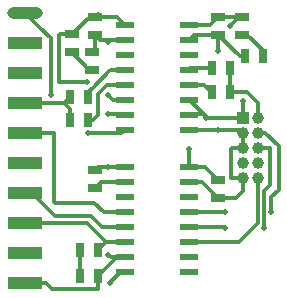
<source format=gtl>
G04 (created by PCBNEW-RS274X (2012-01-19 BZR 3256)-stable) date 2/28/2013 8:09:21 AM*
G01*
G70*
G90*
%MOIN*%
G04 Gerber Fmt 3.4, Leading zero omitted, Abs format*
%FSLAX34Y34*%
G04 APERTURE LIST*
%ADD10C,0.006000*%
%ADD11R,0.061000X0.023600*%
%ADD12R,0.045000X0.025000*%
%ADD13R,0.025000X0.045000*%
%ADD14R,0.039400X0.039400*%
%ADD15C,0.039400*%
%ADD16R,0.118100X0.039400*%
%ADD17O,0.118100X0.039400*%
%ADD18C,0.020000*%
%ADD19C,0.011800*%
G04 APERTURE END LIST*
G54D10*
G54D11*
X45276Y-32677D03*
X45276Y-33177D03*
X45276Y-33677D03*
X45276Y-34177D03*
X45276Y-34677D03*
X45276Y-35177D03*
X45276Y-35677D03*
X45276Y-36177D03*
X47402Y-36177D03*
X47402Y-35677D03*
X47402Y-35177D03*
X47402Y-34677D03*
X47402Y-34177D03*
X47402Y-33677D03*
X47402Y-33177D03*
X47402Y-32677D03*
X45276Y-27913D03*
X45276Y-28413D03*
X45276Y-28913D03*
X45276Y-29413D03*
X45276Y-29913D03*
X45276Y-30413D03*
X45276Y-30913D03*
X45276Y-31413D03*
X47402Y-31413D03*
X47402Y-30913D03*
X47402Y-30413D03*
X47402Y-29913D03*
X47402Y-29413D03*
X47402Y-28913D03*
X47402Y-28413D03*
X47402Y-27913D03*
G54D12*
X44193Y-29414D03*
X44193Y-28814D03*
G54D13*
X44375Y-36299D03*
X43775Y-36299D03*
X44040Y-30335D03*
X43440Y-30335D03*
X44040Y-31102D03*
X43440Y-31102D03*
X48765Y-29370D03*
X48165Y-29370D03*
X48765Y-30157D03*
X48165Y-30157D03*
X49867Y-28976D03*
X49267Y-28976D03*
G54D12*
X44291Y-32771D03*
X44291Y-33371D03*
X44291Y-27653D03*
X44291Y-28253D03*
X48386Y-27653D03*
X48386Y-28253D03*
X48386Y-33106D03*
X48386Y-33706D03*
X43504Y-28243D03*
X43504Y-28843D03*
G54D13*
X43775Y-35433D03*
X44375Y-35433D03*
G54D12*
X49173Y-27653D03*
X49173Y-28253D03*
G54D14*
X49213Y-31028D03*
G54D15*
X49713Y-31028D03*
X49213Y-31528D03*
X49713Y-31528D03*
X49213Y-32028D03*
X49713Y-32028D03*
X49213Y-32528D03*
X49713Y-32528D03*
X49213Y-33028D03*
X49713Y-33028D03*
G54D16*
X41929Y-28528D03*
X41929Y-29528D03*
G54D17*
X41929Y-27528D03*
G54D16*
X41929Y-30528D03*
X41929Y-31528D03*
X41929Y-32528D03*
X41929Y-33528D03*
X41929Y-34528D03*
X41929Y-35528D03*
X41929Y-36528D03*
G54D18*
X44764Y-36535D03*
X44724Y-28504D03*
X44055Y-31535D03*
X48386Y-31417D03*
X48386Y-28780D03*
X48622Y-34173D03*
X50157Y-34173D03*
X48622Y-34685D03*
X49921Y-34685D03*
X44724Y-30906D03*
X44724Y-35591D03*
X44016Y-29843D03*
X44724Y-32677D03*
X47992Y-31024D03*
X48780Y-27953D03*
X47402Y-32047D03*
X49213Y-30472D03*
X44724Y-30276D03*
X42795Y-30276D03*
G54D19*
X44724Y-28504D02*
X44815Y-28413D01*
X45122Y-36177D02*
X44764Y-36535D01*
X45276Y-36177D02*
X45122Y-36177D01*
X44451Y-28413D02*
X45276Y-28413D01*
X44485Y-33177D02*
X45276Y-33177D01*
X44291Y-28253D02*
X44291Y-28716D01*
X44291Y-33371D02*
X44485Y-33177D01*
X44291Y-28716D02*
X44193Y-28814D01*
X44291Y-28253D02*
X44451Y-28413D01*
X45154Y-31535D02*
X44055Y-31535D01*
X45276Y-31413D02*
X45154Y-31535D01*
X44815Y-28413D02*
X45276Y-28413D01*
X49213Y-32028D02*
X48838Y-32028D01*
X48822Y-33028D02*
X49213Y-33028D01*
X48819Y-33031D02*
X48822Y-33028D01*
X48819Y-32047D02*
X48819Y-33031D01*
X48838Y-32028D02*
X48819Y-32047D01*
X48386Y-28253D02*
X48386Y-28780D01*
X48386Y-31417D02*
X48386Y-31413D01*
X49213Y-31528D02*
X49098Y-31413D01*
X49098Y-31413D02*
X48386Y-31413D01*
X49213Y-33028D02*
X49213Y-33464D01*
X49213Y-33464D02*
X48971Y-33706D01*
X48971Y-33706D02*
X48386Y-33706D01*
X49213Y-32028D02*
X49213Y-31528D01*
X48386Y-31413D02*
X47402Y-31413D01*
X48386Y-28253D02*
X47562Y-28253D01*
X48386Y-33706D02*
X47857Y-33177D01*
X47857Y-33177D02*
X47402Y-33177D01*
X47562Y-28253D02*
X47402Y-28413D01*
X49267Y-28976D02*
X49109Y-28976D01*
X49109Y-28976D02*
X48386Y-28253D01*
X47445Y-29370D02*
X47402Y-29413D01*
X48165Y-29370D02*
X47445Y-29370D01*
X43775Y-35433D02*
X43775Y-36299D01*
X47921Y-29913D02*
X47402Y-29913D01*
X48165Y-30157D02*
X47921Y-29913D01*
X44198Y-31103D02*
X44041Y-31103D01*
X44693Y-29913D02*
X44370Y-30236D01*
X44041Y-31103D02*
X44040Y-31102D01*
X44370Y-30236D02*
X44370Y-30931D01*
X44198Y-31103D02*
X44370Y-30931D01*
X45276Y-29913D02*
X44693Y-29913D01*
X49173Y-28253D02*
X49356Y-28253D01*
X49867Y-28764D02*
X49867Y-28976D01*
X49356Y-28253D02*
X49867Y-28764D01*
X44075Y-29414D02*
X43504Y-28843D01*
X44193Y-29414D02*
X44075Y-29414D01*
X44745Y-29469D02*
X44745Y-29469D01*
X44745Y-29469D02*
X44801Y-29413D01*
X44199Y-30015D02*
X44040Y-30174D01*
X44801Y-29413D02*
X45276Y-29413D01*
X44040Y-30174D02*
X44040Y-30335D01*
X44199Y-30015D02*
X44745Y-29469D01*
X45276Y-34177D02*
X44571Y-34177D01*
X42906Y-31528D02*
X41929Y-31528D01*
X42913Y-31535D02*
X42906Y-31528D01*
X42913Y-33818D02*
X42913Y-31535D01*
X42953Y-33858D02*
X42913Y-33818D01*
X44252Y-33858D02*
X42953Y-33858D01*
X44571Y-34177D02*
X44252Y-33858D01*
X49713Y-31528D02*
X49953Y-31528D01*
X48618Y-34177D02*
X47402Y-34177D01*
X48622Y-34173D02*
X48618Y-34177D01*
X50157Y-33662D02*
X50157Y-34173D01*
X50394Y-33425D02*
X50157Y-33662D01*
X50394Y-31969D02*
X50394Y-33425D01*
X49953Y-31528D02*
X50394Y-31969D01*
X43440Y-31102D02*
X43440Y-30721D01*
X43440Y-30721D02*
X43247Y-30528D01*
X43440Y-30335D02*
X43247Y-30528D01*
X43247Y-30528D02*
X41929Y-30528D01*
X48765Y-29370D02*
X48765Y-30157D01*
X48765Y-30157D02*
X49330Y-30157D01*
X49713Y-30540D02*
X49713Y-31028D01*
X49330Y-30157D02*
X49713Y-30540D01*
X45276Y-34677D02*
X44520Y-34677D01*
X42190Y-33528D02*
X41929Y-33528D01*
X42953Y-34291D02*
X42190Y-33528D01*
X44134Y-34291D02*
X42953Y-34291D01*
X44520Y-34677D02*
X44134Y-34291D01*
X49713Y-32028D02*
X50099Y-32028D01*
X48614Y-34677D02*
X47402Y-34677D01*
X48622Y-34685D02*
X48614Y-34677D01*
X49921Y-33465D02*
X49921Y-34685D01*
X50118Y-33268D02*
X49921Y-33465D01*
X50118Y-32047D02*
X50118Y-33268D01*
X50099Y-32028D02*
X50118Y-32047D01*
X43504Y-28243D02*
X43489Y-28228D01*
X45269Y-30906D02*
X45276Y-30913D01*
X44724Y-30906D02*
X45269Y-30906D01*
X43071Y-28267D02*
X43071Y-29843D01*
X43110Y-28228D02*
X43071Y-28267D01*
X43489Y-28228D02*
X43110Y-28228D01*
X45276Y-35677D02*
X44810Y-35677D01*
X43071Y-29843D02*
X44016Y-29843D01*
X44810Y-35677D02*
X44724Y-35591D01*
X44291Y-27653D02*
X45016Y-27653D01*
X42631Y-36528D02*
X41929Y-36528D01*
X42835Y-36732D02*
X42631Y-36528D01*
X44370Y-36732D02*
X42835Y-36732D01*
X44370Y-36304D02*
X44370Y-36732D01*
X44385Y-27559D02*
X44291Y-27653D01*
X44375Y-36299D02*
X44370Y-36304D01*
X44385Y-32677D02*
X44724Y-32677D01*
X44094Y-27653D02*
X44291Y-27653D01*
X43504Y-28243D02*
X44094Y-27653D01*
X44997Y-35677D02*
X45276Y-35677D01*
X44375Y-36299D02*
X44997Y-35677D01*
X44724Y-32677D02*
X45276Y-32677D01*
X45016Y-27653D02*
X45276Y-27913D01*
X44291Y-32771D02*
X44385Y-32677D01*
X47992Y-31024D02*
X47996Y-31028D01*
X49080Y-27653D02*
X49173Y-27653D01*
X47402Y-30913D02*
X47409Y-30906D01*
X47409Y-30906D02*
X47895Y-30906D01*
X47402Y-32677D02*
X47402Y-32047D01*
X47996Y-31028D02*
X48017Y-31028D01*
X47402Y-30413D02*
X47895Y-30906D01*
X47895Y-30906D02*
X48017Y-31028D01*
X49213Y-31028D02*
X49213Y-30472D01*
X48780Y-27953D02*
X49080Y-27653D01*
X48386Y-33106D02*
X47957Y-32677D01*
X48386Y-27653D02*
X49173Y-27653D01*
X47957Y-32677D02*
X47402Y-32677D01*
X48126Y-27913D02*
X48386Y-27653D01*
X47402Y-27913D02*
X48126Y-27913D01*
X48017Y-31028D02*
X49213Y-31028D01*
X44861Y-30413D02*
X44724Y-30276D01*
X42441Y-28012D02*
X41957Y-27528D01*
X41929Y-27528D02*
X41957Y-27528D01*
X44861Y-30413D02*
X45276Y-30413D01*
X42795Y-28366D02*
X42441Y-28012D01*
X42795Y-30276D02*
X42795Y-28366D01*
X44646Y-35177D02*
X43997Y-34528D01*
X43997Y-34528D02*
X41929Y-34528D01*
X45276Y-35177D02*
X44646Y-35177D01*
X44646Y-35177D02*
X44631Y-35177D01*
X44631Y-35177D02*
X44375Y-35433D01*
X49713Y-33028D02*
X49713Y-34539D01*
X49075Y-35177D02*
X47402Y-35177D01*
X49713Y-34539D02*
X49075Y-35177D01*
M02*

</source>
